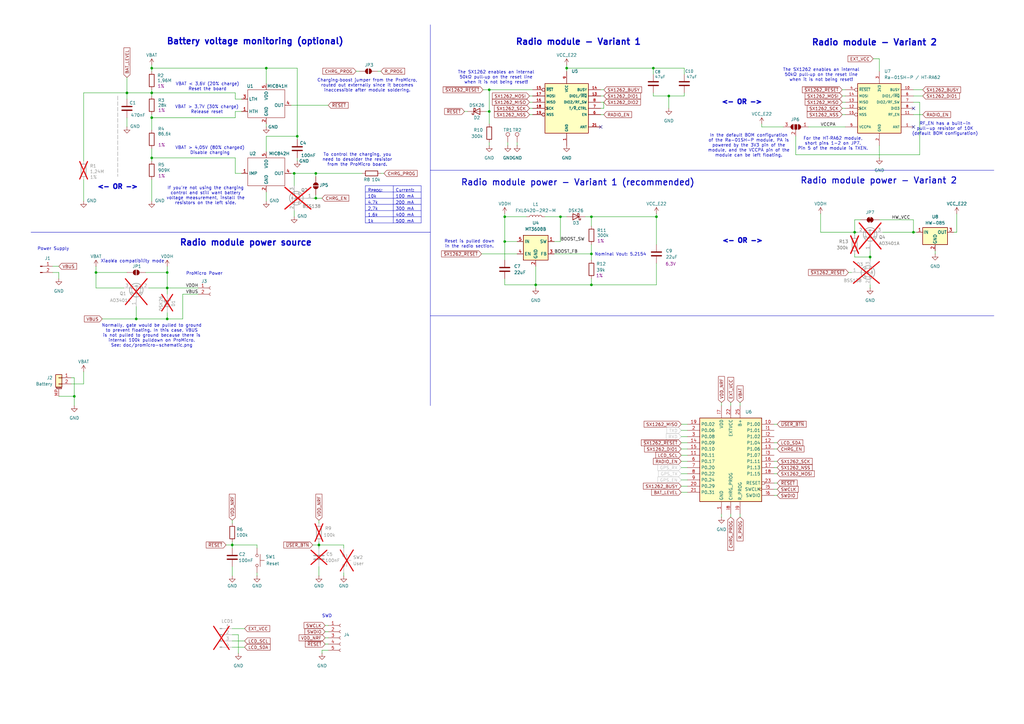
<source format=kicad_sch>
(kicad_sch (version 20250114) (generator "eeschema") (generator_version "9.0")
  (paper "A3")
  (lib_symbols
    (symbol "BirbLib:E22P-868M30S"
      (property "Reference" "U" (at 1.27 11.43 0))
      (property "Value" "E22P-868M30S" (at 0 0 0))
      (symbol "E22P-868M30S_0_0"
        (pin input line (at -13.97 3.81 0) (length 5.08) (name "MOSI") (number "17"))
        (pin output line (at -13.97 1.27 0) (length 5.08) (name "MISO") (number "16"))
        (pin power_in line (at 0 13.97 270) (length 5.08) (name "VCC") (number "9"))
        (pin power_in line (at 0 -16.51 90) (length 5.08) (name "GND") (number "1"))
        (pin output line (at 13.97 6.35 180) (length 5.08) (name "BUSY") (number "14"))
        (pin output line (at 13.97 -8.89 180) (length 5.08) (name "ANT") (number "21"))
      )
      (symbol "E22P-868M30S_1_0"
        (pin input inverted (at -13.97 6.35 0) (length 5.08) (name "~{RST}") (number "15"))
        (pin input clock (at -13.97 -1.27 0) (length 5.08) (name "SCK") (number "18"))
        (pin input inverted (at -13.97 -3.81 0) (length 5.08) (name "NSS") (number "19"))
        (pin bidirectional line (at 13.97 3.81 180) (length 5.08) (name "DIO1/~{IRQ}") (number "13"))
        (pin bidirectional line (at 13.97 1.27 180) (length 5.08) (name "DIO2/RF_SW") (number "8"))
        (pin input line (at 13.97 -1.27 180) (length 5.08) (name "T/~{R}_CTRL") (number "7"))
        (pin input line (at 13.97 -3.81 180) (length 5.08) (name "EN") (number "6"))
      )
    )
    (symbol "BirbLib:MIC841"
      (property "Reference" "U" (at 2.286 6.604 0))
      (property "Value" "MIC841" (at 0 0 0))
      (symbol "MIC841_1_1"
        (pin input line (at -10.16 1.27 0) (length 2.54) (name "LTH") (number "3"))
        (pin input line (at -10.16 -3.81 0) (length 2.54) (name "HTH") (number "1"))
        (pin power_in line (at 0 7.62 270) (length 2.54) (name "VDD") (number "5"))
        (pin power_in line (at 0 -8.89 90) (length 2.54) (name "GND") (number "2"))
        (pin output line (at 10.16 -1.27 180) (length 2.54) (name "OUT") (number "4"))
      )
    )
    (symbol "BirbLib:MIC842"
      (property "Reference" "U" (at 2.286 6.604 0))
      (property "Value" "MIC842" (at 0 0 0))
      (symbol "MIC842_1_1"
        (pin no_connect non_logic (at -10.16 2.54 0) (length 2.54) (hide yes) (name "NC") (number "3"))
        (pin input line (at -10.16 -1.27 0) (length 2.54) (name "IMP") (number "1"))
        (pin power_in line (at 0 7.62 270) (length 2.54) (name "VDD") (number "5"))
        (pin power_in line (at 0 -8.89 90) (length 2.54) (name "GND") (number "2"))
        (pin output line (at 10.16 -1.27 180) (length 2.54) (name "OUT") (number "4"))
      )
    )
    (symbol "BirbLib:ProMicro-all-pins"
      (property "Reference" "U" (at -0.254 0 0))
      (property "Value" "ProMicro" (at 0 0 0))
      (symbol "ProMicro-all-pins_1_0"
        (pin bidirectional line (at -17.78 15.24 0) (length 5.08) (name "P0.02") (number "19"))
        (pin output line (at -17.78 12.7 0) (length 5.08) (name "P0.06") (number "2"))
        (pin input line (at -17.78 10.16 0) (length 5.08) (name "P0.08") (number "3"))
        (pin bidirectional line (at -17.78 7.62 0) (length 5.08) (name "P0.09") (number "14"))
        (pin bidirectional line (at -17.78 5.08 0) (length 5.08) (name "P0.10") (number "15"))
        (pin bidirectional line (at -17.78 2.54 0) (length 5.08) (name "P0.11") (number "11"))
        (pin bidirectional line (at -17.78 0 0) (length 5.08) (name "P0.17") (number "6"))
        (pin bidirectional line (at -17.78 -2.54 0) (length 5.08) (name "P0.20") (number "7"))
        (pin bidirectional line (at -17.78 -5.08 0) (length 5.08) (name "P0.22") (number "8"))
        (pin bidirectional line (at -17.78 -7.62 0) (length 5.08) (name "P0.24") (number "9"))
        (pin bidirectional line (at -17.78 -10.16 0) (length 5.08) (name "P0.29") (number "20"))
        (pin bidirectional line (at -17.78 -12.7 0) (length 5.08) (name "P0.31") (number "21"))
        (pin power_in line (at -3.81 22.86 270) (length 5.08) (name "VDD") (number "i7"))
        (pin power_in line (at -3.81 -21.59 90) (length 5.08) (name "GND") (number "1"))
        (pin power_out line (at 0 22.86 270) (length 5.08) (name "EXTVCC") (number "22"))
        (pin bidirectional line (at 0 -21.59 90) (length 5.08) (name "CHRG_PROG") (number "i8"))
        (pin bidirectional line (at 3.81 22.86 270) (length 5.08) (name "B+") (number "25"))
        (pin bidirectional line (at 3.81 -21.59 90) (length 5.08) (name "R_PROG") (number "i9"))
        (pin bidirectional line (at 17.78 15.24 180) (length 5.08) (name "P1.00") (number "10"))
        (pin bidirectional line (at 17.78 12.7 180) (length 5.08) (name "P1.01") (number "i1"))
        (pin bidirectional line (at 17.78 10.16 180) (length 5.08) (name "P1.02") (number "i2"))
        (pin bidirectional line (at 17.78 7.62 180) (length 5.08) (name "P1.04") (number "12"))
        (pin bidirectional line (at 17.78 5.08 180) (length 5.08) (name "P1.06") (number "13"))
        (pin bidirectional line (at 17.78 2.54 180) (length 5.08) (name "P1.07") (number "i3"))
        (pin bidirectional line (at 17.78 0 180) (length 5.08) (name "P1.11") (number "16"))
        (pin bidirectional line (at 17.78 -2.54 180) (length 5.08) (name "P1.13") (number "17"))
        (pin bidirectional line (at 17.78 -5.08 180) (length 5.08) (name "P1.15") (number "18"))
        (pin input inverted (at 17.78 -8.89 180) (length 5.08) (name "RESET") (number "23"))
        (pin input clock (at 17.78 -11.43 180) (length 5.08) (name "SWCLK") (number "i5"))
        (pin bidirectional line (at 17.78 -13.97 180) (length 5.08) (name "SWDIO") (number "i6"))
      )
    )
    (symbol "BirbLib:Ra-01SH-P"
      (property "Reference" "U" (at 0.254 11.684 0))
      (property "Value" "Ra-01SH-P" (at 5.842 -11.938 0))
      (symbol "Ra-01SH-P_1_0"
        (pin input inverted (at -15.24 7.62 0) (length 5.08) (name "~{RESET}") (number "4"))
        (pin input line (at -15.24 5.08 0) (length 5.08) (name "MOSI") (number "14"))
        (pin output line (at -15.24 2.54 0) (length 5.08) (name "MISO") (number "13"))
        (pin input clock (at -15.24 0 0) (length 5.08) (name "SCK") (number "12"))
        (pin input inverted (at -15.24 -2.54 0) (length 5.08) (name "NSS") (number "15"))
        (pin power_in line (at -15.24 -7.62 0) (length 5.08) (name "VCCPA") (number "5"))
        (pin power_in line (at -1.27 15.24 270) (length 5.08) (name "3V3") (number "3"))
        (pin power_in line (at -1.27 -15.24 90) (length 5.08) (name "GND") (number "2"))
        (pin output line (at 12.7 7.62 180) (length 5.08) (name "BUSY") (number "10"))
        (pin bidirectional line (at 12.7 5.08 180) (length 5.08) (name "DIO1/~{IRQ}") (number "6"))
        (pin bidirectional line (at 12.7 2.54 180) (length 5.08) (name "DIO2/RF_SW") (number "7"))
        (pin bidirectional line (at 12.7 0 180) (length 5.08) (name "DIO3") (number "8"))
        (pin input line (at 12.7 -2.54 180) (length 5.08) (name "RF_EN") (number "11"))
        (pin output line (at 12.7 -7.62 180) (length 5.08) (name "ANT") (number "1"))
      )
    )
    (symbol "Connector:Conn_01x02_Pin" (pin_names (offset 1.016) (hide yes))
      (property "Reference" "J" (at 0 2.54 0))
      (property "Value" "Conn_01x02_Pin" (at 0 -5.08 0))
      (symbol "Conn_01x02_Pin_1_1"
        (pin passive line (at 5.08 0 180) (length 3.81) (name "Pin_1") (number "1"))
        (pin passive line (at 5.08 -2.54 180) (length 3.81) (name "Pin_2") (number "2"))
      )
    )
    (symbol "Connector:Conn_01x02_Socket" (pin_names (offset 1.016) (hide yes))
      (property "Reference" "J" (at 0 2.54 0))
      (property "Value" "Conn_01x02_Socket" (at 0 -5.08 0))
      (symbol "Conn_01x02_Socket_1_1"
        (pin passive line (at -5.08 0 0) (length 3.81) (name "Pin_1") (number "1"))
        (pin passive line (at -5.08 -2.54 0) (length 3.81) (name "Pin_2") (number "2"))
      )
    )
    (symbol "Connector:Conn_01x04_Pin" (pin_names (offset 1.016) (hide yes))
      (property "Reference" "J" (at 0 5.08 0))
      (property "Value" "Conn_01x04_Pin" (at 0 -7.62 0))
      (symbol "Conn_01x04_Pin_1_1"
        (pin passive line (at 5.08 2.54 180) (length 3.81) (name "Pin_1") (number "1"))
        (pin passive line (at 5.08 0 180) (length 3.81) (name "Pin_2") (number "2"))
        (pin passive line (at 5.08 -2.54 180) (length 3.81) (name "Pin_3") (number "3"))
        (pin passive line (at 5.08 -5.08 180) (length 3.81) (name "Pin_4") (number "4"))
      )
    )
    (symbol "Connector:Conn_01x05_Socket" (pin_names (offset 1.016) (hide yes))
      (property "Reference" "J" (at 0 7.62 0))
      (property "Value" "Conn_01x05_Socket" (at 0 -7.62 0))
      (symbol "Conn_01x05_Socket_1_1"
        (pin passive line (at -5.08 5.08 0) (length 3.81) (name "Pin_1") (number "1"))
        (pin passive line (at -5.08 2.54 0) (length 3.81) (name "Pin_2") (number "2"))
        (pin passive line (at -5.08 0 0) (length 3.81) (name "Pin_3") (number "3"))
        (pin passive line (at -5.08 -2.54 0) (length 3.81) (name "Pin_4") (number "4"))
        (pin passive line (at -5.08 -5.08 0) (length 3.81) (name "Pin_5") (number "5"))
      )
    )
    (symbol "Connector_Generic_MountingPin:Conn_01x02_MountingPin" (pin_names (offset 1.016) (hide yes))
      (property "Reference" "J" (at 0 2.54 0))
      (property "Value" "Conn_01x02_MountingPin" (at 1.27 -5.08 0))
      (symbol "Conn_01x02_MountingPin_1_1"
        (text "Mounting" (at 0 -4.191 0) (effects (font (size 0.381 0.381))))
        (pin passive line (at -5.08 0 0) (length 3.81) (name "Pin_1") (number "1"))
        (pin passive line (at -5.08 -2.54 0) (length 3.81) (name "Pin_2") (number "2"))
        (pin passive line (at 0 -7.62 90) (length 3.048) (name "MountPin") (number "MP"))
      )
    )
    (symbol "Device:C" (pin_numbers (hide yes)) (pin_names (offset 0.254))
      (property "Reference" "C" (at 0.635 2.54 0))
      (property "Value" "C" (at 0.635 -2.54 0))
      (symbol "C_1_1"
        (pin passive line (at 0 3.81 270) (length 2.794) (name "~") (number "1"))
        (pin passive line (at 0 -3.81 90) (length 2.794) (name "~") (number "2"))
      )
    )
    (symbol "Device:D_Schottky" (pin_numbers (hide yes)) (pin_names (offset 1.016) (hide yes))
      (property "Reference" "D" (at 0 2.54 0))
      (property "Value" "D_Schottky" (at 0 -2.54 0))
      (symbol "D_Schottky_1_1"
        (pin passive line (at -3.81 0 0) (length 2.54) (name "K") (number "1"))
        (pin passive line (at 3.81 0 180) (length 2.54) (name "A") (number "2"))
      )
    )
    (symbol "Device:L" (pin_numbers (hide yes)) (pin_names (offset 1.016) (hide yes))
      (property "Reference" "L" (at -1.27 0 90))
      (property "Value" "L" (at 1.905 0 90))
      (symbol "L_1_1"
        (pin passive line (at 0 3.81 270) (length 1.27) (name "1") (number "1"))
        (pin passive line (at 0 -3.81 90) (length 1.27) (name "2") (number "2"))
      )
    )
    (symbol "Device:R" (pin_numbers (hide yes)) (pin_names (offset 0))
      (property "Reference" "R" (at 2.032 0 90))
      (property "Value" "R" (at 0 0 90))
      (symbol "R_1_1"
        (pin passive line (at 0 3.81 270) (length 1.27) (name "~") (number "1"))
        (pin passive line (at 0 -3.81 90) (length 1.27) (name "~") (number "2"))
      )
    )
    (symbol "Jumper:SolderJumper_2_Bridged" (pin_numbers (hide yes)) (pin_names (offset 0) (hide yes)) (in_bom no)
      (property "Reference" "JP" (at 0 2.032 0))
      (property "Value" "SolderJumper_2_Bridged" (at 0 -2.54 0))
      (symbol "SolderJumper_2_Bridged_1_1"
        (pin passive line (at -3.81 0 0) (length 2.54) (name "A") (number "1"))
        (pin passive line (at 3.81 0 180) (length 2.54) (name "B") (number "2"))
      )
    )
    (symbol "Jumper:SolderJumper_2_Open" (pin_numbers (hide yes)) (pin_names (offset 0) (hide yes)) (in_bom no)
      (property "Reference" "JP" (at 0 2.032 0))
      (property "Value" "SolderJumper_2_Open" (at 0 -2.54 0))
      (symbol "SolderJumper_2_Open_1_1"
        (pin passive line (at -3.81 0 0) (length 2.54) (name "A") (number "1"))
        (pin passive line (at 3.81 0 180) (length 2.54) (name "B") (number "2"))
      )
    )
    (symbol "Jumper:SolderJumper_3_Open" (pin_names (offset 0) (hide yes)) (in_bom no)
      (property "Reference" "JP" (at -2.54 -2.54 0))
      (property "Value" "SolderJumper_3_Open" (at 0 2.794 0))
      (symbol "SolderJumper_3_Open_1_1"
        (pin passive line (at -5.08 0 0) (length 2.54) (name "A") (number "1"))
        (pin passive line (at 0 -3.81 90) (length 2.54) (name "C") (number "2"))
        (pin passive line (at 5.08 0 180) (length 2.54) (name "B") (number "3"))
      )
    )
    (symbol "Regulator_Linear:L7805" (pin_names (offset 0.254))
      (property "Reference" "U" (at -3.81 3.175 0))
      (property "Value" "L7805" (at 0 3.175 0))
      (symbol "L7805_1_1"
        (pin power_in line (at -7.62 0 0) (length 2.54) (name "IN") (number "1"))
        (pin power_in line (at 0 -7.62 90) (length 2.54) (name "GND") (number "2"))
        (pin power_out line (at 7.62 0 180) (length 2.54) (name "OUT") (number "3"))
      )
    )
    (symbol "Regulator_Switching:MT3608"
      (property "Reference" "U" (at -2.54 8.89 0))
      (property "Value" "MT3608" (at -3.81 6.35 0))
      (symbol "MT3608_1_1"
        (pin power_in line (at -7.62 2.54 0) (length 2.54) (name "IN") (number "5"))
        (pin input line (at -7.62 -2.54 0) (length 2.54) (name "EN") (number "4"))
        (pin power_in line (at 0 -7.62 90) (length 2.54) (name "GND") (number "2"))
        (pin no_connect line (at 5.08 0 180) (length 2.54) (hide yes) (name "NC") (number "6"))
        (pin passive line (at 7.62 2.54 180) (length 2.54) (name "SW") (number "1"))
        (pin input line (at 7.62 -2.54 180) (length 2.54) (name "FB") (number "3"))
      )
    )
    (symbol "SparkFun-Connector:TestPoint_PTH" (pin_numbers (hide yes)) (pin_names (offset 0.762) (hide yes))
      (property "Reference" "TP" (at 0 5.08 0))
      (symbol "TestPoint_PTH_1_1"
        (pin passive line (at 0 0 90) (length 2.54) (name "1") (number "1"))
      )
    )
    (symbol "Switch:SW_Push" (pin_numbers (hide yes)) (pin_names (offset 1.016) (hide yes))
      (property "Reference" "SW" (at 1.27 2.54 0))
      (property "Value" "SW_Push" (at 0 -1.524 0))
      (symbol "SW_Push_0_1"
        (pin passive line (at -5.08 0 0) (length 2.54) (name "1") (number "1"))
        (pin passive line (at 5.08 0 180) (length 2.54) (name "2") (number "2"))
      )
    )
    (symbol "Transistor_FET:AO3401A" (pin_names (hide yes))
      (property "Reference" "Q" (at 5.08 1.905 0))
      (property "Value" "AO3401A" (at 5.08 0 0))
      (symbol "AO3401A_1_1"
        (pin input line (at -5.08 0 0) (length 2.54) (name "G") (number "1"))
        (pin passive line (at 2.54 5.08 270) (length 2.54) (name "D") (number "3"))
        (pin passive line (at 2.54 -5.08 90) (length 2.54) (name "S") (number "2"))
      )
    )
    (symbol "Transistor_FET:BSS138" (pin_names (offset 0) (hide yes))
      (property "Reference" "Q" (at 5.08 1.905 0))
      (property "Value" "BSS138" (at 5.08 0 0))
      (symbol "BSS138_1_1"
        (pin input line (at -5.08 0 0) (length 2.54) (name "G") (number "1"))
        (pin passive line (at 2.54 5.08 270) (length 2.54) (name "D") (number "3"))
        (pin passive line (at 2.54 -5.08 90) (length 2.54) (name "S") (number "2"))
      )
    )
    (symbol "power:GND" (power) (pin_numbers (hide yes)) (pin_names (offset 0) (hide yes))
      (property "Value" "GND" (at 0 -3.81 0))
      (symbol "GND_1_1"
        (pin power_in line (at 0 0 270) (length 0) (name "~") (number "1"))
      )
    )
    (symbol "power:VBUS" (power) (pin_numbers (hide yes)) (pin_names (offset 0) (hide yes))
      (property "Value" "VBUS" (at 0 3.556 0))
      (symbol "VBUS_1_1"
        (pin power_in line (at 0 0 90) (length 0) (name "~") (number "1"))
      )
    )
  )
  (text "Radio module - Variant 2" (at 358.648 17.526 0) (effects (font (size 2.54 2.54) (thickness 0.508) (bold yes))))
  (text "For the HT‑RA62 module,\nshort pins 1-2 on JP7.\nPin 5 of the module is TXEN." (at 341.63 58.928 0) (effects (font (size 1.27 1.27))))
  (text "To control the charging, you\nneed to desolder the resistor\nfrom the ProMicro board." (at 146.558 65.532 0) (effects (font (size 1.27 1.27))))
  (text "The SX1262 enables an internal\n50 kΩ pull‑up on the reset line\nwhen it is not being reset!" (at 336.804 30.734 0) (effects (font (size 1.27 1.27))))
  (text "SWD" (at 134.112 252.73 0) (effects (font (size 1.27 1.27))))
  (text "VBAT > 4,05V (80% charged)\nDisable charging" (at 86.106 61.722 0) (effects (font (size 1.27 1.27))))
  (text "Radio module power - Variant 1 (recommended)" (at 236.982 74.93 0) (effects (font (size 2.54 2.54) (thickness 0.381) (bold yes))))
  (text "Radio module - Variant 1" (at 237.236 17.272 0) (effects (font (size 2.54 2.54) (thickness 0.508) (bold yes))))
  (text "The SX1262 enables an internal\n50 kΩ pull‑up on the reset line\nwhen it is not being reset!" (at 203.454 31.75 0) (effects (font (size 1.27 1.27))))
  (text "<- OR ->" (at 304.546 98.806 0) (effects (font (size 1.905 1.905) (thickness 0.508) (bold yes))))
  (text "<- OR ->" (at 304.292 41.91 0) (effects (font (size 1.905 1.905) (thickness 0.508) (bold yes))))
  (text "VBAT > 3,7V (30% charge)\nRelease reset" (at 84.836 44.958 0) (effects (font (size 1.27 1.27))))
  (text "Radio module power source" (at 100.838 101.092 0) (effects (font (size 2.54 2.54) (thickness 0.508) (bold yes)) (justify bottom)))
  (text "Battery voltage monitoring (optional)" (at 104.648 18.542 0) (effects (font (size 2.54 2.54) (thickness 0.508) (bold yes)) (justify bottom)))
  (text "Radio module power - Variant 2" (at 360.426 74.168 0) (effects (font (size 2.54 2.54) (thickness 0.381) (bold yes))))
  (text "XiaoWa compatibility mode" (at 54.356 107.188 0) (effects (font (size 1.27 1.27))))
  (text "Power Supply" (at 21.844 102.108 0) (effects (font (size 1.27 1.27))))
  (text "Normally, gate would be pulled to ground\nto prevent floating. In this case, VBUS\nis not pulled to ground because there is\ninternal 100k pulldown on ProMicro.\nSee: doc/promicro-schematic.png" (at 62.23 137.668 0) (effects (font (size 1.27 1.27))))
  (text "Charging‑boost jumper from the ProMicro,\nrouted out externally since it becomes\ninaccessible after module soldering." (at 150.622 35.052 0) (effects (font (size 1.27 1.27))))
  (text "Reset is pulled down\nin the radio section." (at 192.532 100.076 0) (effects (font (size 1.27 1.27))))
  (text "<- OR ->" (at 48.26 76.708 0) (effects (font (size 1.905 1.905) (thickness 0.508) (bold yes))))
  (text "ProMicro Power" (at 83.82 112.268 0) (effects (font (size 1.27 1.27))))
  (text "In the default BOM configuration\nof the Ra-01SH-P module, PA is\npowered by the 3V3 pin of the\nmodule, and the VCCPA pin of the\nmodule can be left floating." (at 307.086 59.69 0) (effects (font (size 1.27 1.27))))
  (text "VBAT < 3,6V (20% charge)\nReset the board" (at 85.09 35.56 0) (effects (font (size 1.27 1.27))))
  (text "Nominal Vout: 5.2154" (at 254.508 104.394 0) (effects (font (size 1.27 1.27))))
  (text "RF_EN has a built-in\npull-up resistor of 10K\n(default BOM configuration)" (at 387.604 52.832 0) (effects (font (size 1.27 1.27))))
  (text "If you're not using the charging\ncontrol and still want battery\nvoltage measurement, install the\nresistors on the left side." (at 84.328 80.264 0) (effects (font (size 1.27 1.27))))
  (junction (at 200.66 36.83))
  (junction (at 121.92 55.88))
  (junction (at 129.54 81.28))
  (junction (at 52.07 38.1))
  (junction (at 219.71 116.84))
  (junction (at 62.23 38.1))
  (junction (at 242.57 88.9))
  (junction (at 267.97 27.94))
  (junction (at 109.22 27.94))
  (junction (at 242.57 116.84))
  (junction (at 232.41 27.94))
  (junction (at 350.52 95.25))
  (junction (at 55.88 130.81))
  (junction (at 130.81 223.52))
  (junction (at 274.32 39.37))
  (junction (at 374.65 95.25))
  (junction (at 207.01 88.9))
  (junction (at 120.65 71.12))
  (junction (at 30.48 162.56))
  (junction (at 356.87 105.41))
  (junction (at 95.25 223.52))
  (junction (at 229.87 88.9))
  (junction (at 68.58 118.11))
  (junction (at 200.66 45.72))
  (junction (at 269.24 88.9))
  (junction (at 39.37 111.76))
  (junction (at 129.54 71.12))
  (junction (at 68.58 111.76))
  (junction (at 207.01 99.06))
  (junction (at 68.58 130.81))
  (junction (at 242.57 104.14))
  (junction (at 62.23 64.77))
  (junction (at 62.23 27.94))
  (junction (at 62.23 48.26))
  (no_connect (at 374.65 44.45))
  (no_connect (at 374.65 52.07))
  (no_connect (at 246.38 52.07))
  (wire (pts (xy 215.9 88.9) (xy 207.01 88.9)))
  (wire (pts (xy 128.27 223.52) (xy 130.81 223.52)))
  (wire (pts (xy 207.01 99.06) (xy 212.09 99.06)))
  (wire (pts (xy 105.41 236.22) (xy 105.41 234.95)))
  (wire (pts (xy 377.19 41.91) (xy 377.19 63.5)))
  (wire (pts (xy 128.27 81.28) (xy 129.54 81.28)))
  (wire (pts (xy 140.97 236.22) (xy 140.97 234.95)))
  (wire (pts (xy 227.33 104.14) (xy 242.57 104.14)))
  (wire (pts (xy 109.22 27.94) (xy 109.22 34.29)))
  (wire (pts (xy 95.25 262.89) (xy 100.33 262.89)))
  (wire (pts (xy 318.77 189.23) (xy 317.5 189.23)))
  (wire (pts (xy 34.29 38.1) (xy 34.29 66.04)))
  (wire (pts (xy 279.4 186.69) (xy 281.94 186.69)))
  (wire (pts (xy 200.66 58.42) (xy 200.66 59.69)))
  (wire (pts (xy 74.93 130.81) (xy 74.93 120.65)))
  (wire (pts (xy 41.91 130.81) (xy 55.88 130.81)))
  (wire (pts (xy 68.58 130.81) (xy 68.58 128.27)))
  (wire (pts (xy 318.77 198.12) (xy 317.5 198.12)))
  (wire (pts (xy 109.22 78.74) (xy 109.22 82.55)))
  (wire (pts (xy 269.24 87.63) (xy 269.24 88.9)))
  (wire (pts (xy 29.21 154.94) (xy 30.48 154.94)))
  (wire (pts (xy 350.52 95.25) (xy 351.79 95.25)))
  (wire (pts (xy 130.81 223.52) (xy 140.97 223.52)))
  (wire (pts (xy 312.42 52.07) (xy 312.42 50.8)))
  (wire (pts (xy 62.23 26.67) (xy 62.23 27.94)))
  (wire (pts (xy 207.01 87.63) (xy 207.01 88.9)))
  (wire (pts (xy 247.65 36.83) (xy 246.38 36.83)))
  (wire (pts (xy 120.65 76.2) (xy 120.65 71.12)))
  (wire (pts (xy 130.81 223.52) (xy 130.81 224.79)))
  (wire (pts (xy 242.57 104.14) (xy 242.57 100.33)))
  (wire (pts (xy 207.01 88.9) (xy 207.01 99.06)))
  (wire (pts (xy 356.87 102.87) (xy 356.87 105.41)))
  (wire (pts (xy 30.48 154.94) (xy 30.48 162.56)))
  (wire (pts (xy 279.4 191.77) (xy 281.94 191.77)))
  (wire (pts (xy 62.23 38.1) (xy 52.07 38.1)))
  (wire (pts (xy 121.92 55.88) (xy 121.92 27.94)))
  (wire (pts (xy 34.29 152.4) (xy 34.29 157.48)))
  (wire (pts (xy 62.23 39.37) (xy 62.23 38.1)))
  (wire (pts (xy 246.38 41.91) (xy 247.65 41.91)))
  (polyline (pts (xy 407.67 69.85) (xy 176.53 69.85)))
  (wire (pts (xy 39.37 118.11) (xy 50.8 118.11)))
  (wire (pts (xy 199.39 45.72) (xy 200.66 45.72)))
  (wire (pts (xy 247.65 39.37) (xy 246.38 39.37)))
  (wire (pts (xy 267.97 27.94) (xy 267.97 30.48)))
  (wire (pts (xy 68.58 118.11) (xy 68.58 120.65)))
  (wire (pts (xy 227.33 99.06) (xy 229.87 99.06)))
  (wire (pts (xy 129.54 71.12) (xy 148.59 71.12)))
  (wire (pts (xy 361.95 95.25) (xy 374.65 95.25)))
  (wire (pts (xy 350.52 95.25) (xy 350.52 96.52)))
  (wire (pts (xy 219.71 116.84) (xy 219.71 118.11)))
  (wire (pts (xy 242.57 92.71) (xy 242.57 88.9)))
  (wire (pts (xy 24.13 111.76) (xy 24.13 114.3)))
  (wire (pts (xy 267.97 27.94) (xy 280.67 27.94)))
  (wire (pts (xy 52.07 38.1) (xy 52.07 40.64)))
  (wire (pts (xy 350.52 105.41) (xy 356.87 105.41)))
  (wire (pts (xy 109.22 55.88) (xy 121.92 55.88)))
  (wire (pts (xy 68.58 118.11) (xy 81.28 118.11)))
  (wire (pts (xy 232.41 27.94) (xy 267.97 27.94)))
  (wire (pts (xy 200.66 36.83) (xy 218.44 36.83)))
  (wire (pts (xy 121.92 55.88) (xy 121.92 57.15)))
  (wire (pts (xy 34.29 38.1) (xy 52.07 38.1)))
  (wire (pts (xy 318.77 203.2) (xy 317.5 203.2)))
  (wire (pts (xy 95.25 223.52) (xy 95.25 224.79)))
  (wire (pts (xy 39.37 111.76) (xy 39.37 118.11)))
  (wire (pts (xy 279.4 184.15) (xy 281.94 184.15)))
  (wire (pts (xy 242.57 88.9) (xy 269.24 88.9)))
  (wire (pts (xy 274.32 39.37) (xy 267.97 39.37)))
  (wire (pts (xy 62.23 38.1) (xy 96.52 38.1)))
  (wire (pts (xy 62.23 73.66) (xy 62.23 82.55)))
  (wire (pts (xy 121.92 64.77) (xy 121.92 66.04)))
  (wire (pts (xy 62.23 64.77) (xy 62.23 60.96)))
  (wire (pts (xy 336.55 95.25) (xy 350.52 95.25)))
  (wire (pts (xy 95.25 265.43) (xy 100.33 265.43)))
  (wire (pts (xy 133.35 256.54) (xy 134.62 256.54)))
  (wire (pts (xy 95.25 213.36) (xy 95.25 214.63)))
  (wire (pts (xy 55.88 130.81) (xy 68.58 130.81)))
  (wire (pts (xy 129.54 80.01) (xy 129.54 81.28)))
  (wire (pts (xy 30.48 162.56) (xy 30.48 166.37)))
  (wire (pts (xy 129.54 71.12) (xy 129.54 72.39)))
  (wire (pts (xy 377.19 41.91) (xy 374.65 41.91)))
  (wire (pts (xy 96.52 45.72) (xy 99.06 45.72)))
  (wire (pts (xy 96.52 48.26) (xy 96.52 45.72)))
  (wire (pts (xy 92.71 223.52) (xy 95.25 223.52)))
  (wire (pts (xy 52.07 52.07) (xy 52.07 48.26)))
  (wire (pts (xy 217.17 41.91) (xy 218.44 41.91)))
  (wire (pts (xy 246.38 44.45) (xy 247.65 44.45)))
  (wire (pts (xy 217.17 44.45) (xy 218.44 44.45)))
  (wire (pts (xy 207.01 99.06) (xy 207.01 106.68)))
  (wire (pts (xy 132.08 266.7) (xy 132.08 267.97)))
  (wire (pts (xy 392.43 95.25) (xy 391.16 95.25)))
  (wire (pts (xy 62.23 48.26) (xy 96.52 48.26)))
  (wire (pts (xy 356.87 116.84) (xy 356.87 118.11)))
  (wire (pts (xy 279.4 189.23) (xy 281.94 189.23)))
  (wire (pts (xy 336.55 87.63) (xy 336.55 95.25)))
  (wire (pts (xy 96.52 38.1) (xy 96.52 40.64)))
  (wire (pts (xy 105.41 223.52) (xy 105.41 224.79)))
  (wire (pts (xy 350.52 90.17) (xy 350.52 95.25)))
  (wire (pts (xy 280.67 39.37) (xy 280.67 38.1)))
  (wire (pts (xy 279.4 181.61) (xy 281.94 181.61)))
  (wire (pts (xy 95.25 222.25) (xy 95.25 223.52)))
  (wire (pts (xy 212.09 58.42) (xy 212.09 59.69)))
  (wire (pts (xy 295.91 165.1) (xy 295.91 166.37)))
  (wire (pts (xy 156.21 29.21) (xy 154.94 29.21)))
  (wire (pts (xy 200.66 36.83) (xy 200.66 45.72)))
  (wire (pts (xy 156.21 71.12) (xy 157.48 71.12)))
  (wire (pts (xy 345.44 46.99) (xy 346.71 46.99)))
  (wire (pts (xy 217.17 39.37) (xy 218.44 39.37)))
  (wire (pts (xy 374.65 46.99) (xy 378.46 46.99)))
  (wire (pts (xy 269.24 116.84) (xy 242.57 116.84)))
  (wire (pts (xy 217.17 46.99) (xy 218.44 46.99)))
  (wire (pts (xy 232.41 27.94) (xy 232.41 29.21)))
  (wire (pts (xy 247.65 41.91) (xy 247.65 44.45)))
  (wire (pts (xy 318.77 181.61) (xy 317.5 181.61)))
  (wire (pts (xy 109.22 62.23) (xy 109.22 55.88)))
  (wire (pts (xy 130.81 236.22) (xy 130.81 232.41)))
  (wire (pts (xy 229.87 88.9) (xy 223.52 88.9)))
  (wire (pts (xy 280.67 27.94) (xy 280.67 30.48)))
  (wire (pts (xy 295.91 212.09) (xy 295.91 210.82)))
  (wire (pts (xy 360.68 59.69) (xy 360.68 64.77)))
  (wire (pts (xy 345.44 44.45) (xy 346.71 44.45)))
  (wire (pts (xy 269.24 88.9) (xy 269.24 100.33)))
  (wire (pts (xy 360.68 24.13) (xy 360.68 29.21)))
  (wire (pts (xy 383.54 104.14) (xy 383.54 102.87)))
  (wire (pts (xy 326.39 63.5) (xy 377.19 63.5)))
  (wire (pts (xy 39.37 109.22) (xy 39.37 111.76)))
  (wire (pts (xy 134.62 43.18) (xy 119.38 43.18)))
  (wire (pts (xy 242.57 104.14) (xy 242.57 106.68)))
  (wire (pts (xy 279.4 179.07) (xy 281.94 179.07)))
  (wire (pts (xy 120.65 86.36) (xy 120.65 88.9)))
  (wire (pts (xy 100.33 257.81) (xy 95.25 257.81)))
  (wire (pts (xy 59.69 111.76) (xy 68.58 111.76)))
  (wire (pts (xy 242.57 116.84) (xy 219.71 116.84)))
  (wire (pts (xy 345.44 36.83) (xy 346.71 36.83)))
  (wire (pts (xy 60.96 118.11) (xy 68.58 118.11)))
  (wire (pts (xy 74.93 120.65) (xy 81.28 120.65)))
  (wire (pts (xy 229.87 88.9) (xy 232.41 88.9)))
  (wire (pts (xy 68.58 109.22) (xy 68.58 111.76)))
  (wire (pts (xy 374.65 95.25) (xy 375.92 95.25)))
  (wire (pts (xy 62.23 27.94) (xy 109.22 27.94)))
  (wire (pts (xy 96.52 71.12) (xy 99.06 71.12)))
  (wire (pts (xy 229.87 99.06) (xy 229.87 88.9)))
  (wire (pts (xy 62.23 38.1) (xy 62.23 36.83)))
  (wire (pts (xy 299.72 212.09) (xy 299.72 210.82)))
  (wire (pts (xy 52.07 31.75) (xy 52.07 38.1)))
  (wire (pts (xy 279.4 199.39) (xy 281.94 199.39)))
  (wire (pts (xy 62.23 27.94) (xy 62.23 29.21)))
  (wire (pts (xy 269.24 107.95) (xy 269.24 116.84)))
  (wire (pts (xy 96.52 40.64) (xy 99.06 40.64)))
  (wire (pts (xy 318.77 191.77) (xy 317.5 191.77)))
  (wire (pts (xy 232.41 26.67) (xy 232.41 27.94)))
  (wire (pts (xy 140.97 223.52) (xy 140.97 224.79)))
  (wire (pts (xy 24.13 162.56) (xy 30.48 162.56)))
  (wire (pts (xy 353.06 90.17) (xy 350.52 90.17)))
  (wire (pts (xy 130.81 222.25) (xy 130.81 223.52)))
  (wire (pts (xy 120.65 71.12) (xy 129.54 71.12)))
  (polyline (pts (xy 176.53 166.37) (xy 176.53 129.54)))
  (wire (pts (xy 68.58 130.81) (xy 74.93 130.81)))
  (wire (pts (xy 279.4 173.99) (xy 281.94 173.99)))
  (wire (pts (xy 303.53 212.09) (xy 303.53 210.82)))
  (wire (pts (xy 133.35 261.62) (xy 134.62 261.62)))
  (wire (pts (xy 21.59 111.76) (xy 24.13 111.76)))
  (wire (pts (xy 130.81 213.36) (xy 130.81 214.63)))
  (wire (pts (xy 242.57 88.9) (xy 240.03 88.9)))
  (polyline (pts (xy 12.7 95.25) (xy 176.53 95.25)))
  (wire (pts (xy 119.38 71.12) (xy 120.65 71.12)))
  (wire (pts (xy 146.05 29.21) (xy 147.32 29.21)))
  (wire (pts (xy 360.68 24.13) (xy 358.14 24.13)))
  (polyline (pts (xy 176.53 69.85) (xy 176.53 129.54)))
  (wire (pts (xy 318.77 194.31) (xy 317.5 194.31)))
  (wire (pts (xy 279.4 194.31) (xy 281.94 194.31)))
  (wire (pts (xy 34.29 73.66) (xy 34.29 82.55)))
  (polyline (pts (xy 176.53 129.54) (xy 407.67 129.54)))
  (wire (pts (xy 129.54 81.28) (xy 132.08 81.28)))
  (wire (pts (xy 109.22 27.94) (xy 121.92 27.94)))
  (wire (pts (xy 318.77 173.99) (xy 317.5 173.99)))
  (wire (pts (xy 96.52 64.77) (xy 96.52 71.12)))
  (wire (pts (xy 62.23 64.77) (xy 96.52 64.77)))
  (wire (pts (xy 95.25 236.22) (xy 95.25 232.41)))
  (wire (pts (xy 68.58 111.76) (xy 68.58 118.11)))
  (wire (pts (xy 274.32 39.37) (xy 274.32 44.45)))
  (wire (pts (xy 219.71 109.22) (xy 219.71 116.84)))
  (wire (pts (xy 21.59 109.22) (xy 24.13 109.22)))
  (polyline (pts (xy 48.26 39.37) (xy 48.26 72.39)) (stroke (width 0) (type dash) (color 132 132 132 1)))
  (wire (pts (xy 109.22 52.07) (xy 109.22 50.8)))
  (wire (pts (xy 207.01 116.84) (xy 219.71 116.84)))
  (wire (pts (xy 345.44 41.91) (xy 346.71 41.91)))
  (wire (pts (xy 208.28 58.42) (xy 208.28 59.69)))
  (wire (pts (xy 97.79 267.97) (xy 97.79 260.35)))
  (wire (pts (xy 345.44 39.37) (xy 346.71 39.37)))
  (wire (pts (xy 347.98 111.76) (xy 349.25 111.76)))
  (wire (pts (xy 279.4 176.53) (xy 281.94 176.53)))
  (wire (pts (xy 318.77 184.15) (xy 317.5 184.15)))
  (polyline (pts (xy 176.53 10.16) (xy 176.53 69.85)))
  (wire (pts (xy 207.01 114.3) (xy 207.01 116.84)))
  (wire (pts (xy 134.62 266.7) (xy 132.08 266.7)))
  (wire (pts (xy 350.52 104.14) (xy 350.52 105.41)))
  (wire (pts (xy 242.57 114.3) (xy 242.57 116.84)))
  (wire (pts (xy 360.68 90.17) (xy 374.65 90.17)))
  (wire (pts (xy 279.4 196.85) (xy 281.94 196.85)))
  (wire (pts (xy 331.47 52.07) (xy 346.71 52.07)))
  (wire (pts (xy 318.77 200.66) (xy 317.5 200.66)))
  (wire (pts (xy 39.37 111.76) (xy 52.07 111.76)))
  (wire (pts (xy 303.53 165.1) (xy 303.53 166.37)))
  (wire (pts (xy 133.35 264.16) (xy 134.62 264.16)))
  (wire (pts (xy 356.87 106.68) (xy 356.87 105.41)))
  (wire (pts (xy 62.23 66.04) (xy 62.23 64.77)))
  (wire (pts (xy 267.97 39.37) (xy 267.97 38.1)))
  (wire (pts (xy 392.43 87.63) (xy 392.43 95.25)))
  (wire (pts (xy 97.79 260.35) (xy 95.25 260.35)))
  (wire (pts (xy 299.72 165.1) (xy 299.72 166.37)))
  (wire (pts (xy 198.12 36.83) (xy 200.66 36.83)))
  (wire (pts (xy 197.485 104.14) (xy 212.09 104.14)))
  (wire (pts (xy 62.23 48.26) (xy 62.23 53.34)))
  (wire (pts (xy 378.46 39.37) (xy 374.65 39.37)))
  (wire (pts (xy 374.65 90.17) (xy 374.65 95.25)))
  (wire (pts (xy 133.35 259.08) (xy 134.62 259.08)))
  (wire (pts (xy 55.88 125.73) (xy 55.88 130.81)))
  (wire (pts (xy 191.77 45.72) (xy 190.5 45.72)))
  (wire (pts (xy 95.25 223.52) (xy 105.41 223.52)))
  (wire (pts (xy 378.46 36.83) (xy 374.65 36.83)))
  (wire (pts (xy 274.32 39.37) (xy 280.67 39.37)))
  (wire (pts (xy 312.42 52.07) (xy 321.31 52.07)))
  (wire (pts (xy 326.39 55.88) (xy 326.39 63.5)))
  (wire (pts (xy 200.66 45.72) (xy 200.66 50.8)))
  (wire (pts (xy 279.4 201.93) (xy 281.94 201.93)))
  (wire (pts (xy 62.23 48.26) (xy 62.23 46.99)))
  (wire (pts (xy 246.38 46.99) (xy 247.65 46.99)))
  (wire (pts (xy 34.29 157.48) (xy 29.21 157.48)))
  (table (column_count 2) (border (external yes) (header yes)) (separators (rows yes) (cols yes)) (column_widths 11.43 11.43) (row_heights 2.54 2.54 2.54 2.54 2.54 2.54) (cells (table_cell "R_{PROG}:" (at 149.86 76.2 0) (size 11.43 2.54) (margins 0.9525 0.9525 0.9525 0.9525) (span 1 1)) (table_cell "Current:" (at 161.29 76.2 0) (size 11.43 2.54) (margins 0.9525 0.9525 0.9525 0.9525) (span 1 1)) (table_cell "10k" (at 149.86 78.74 0) (size 11.43 2.54) (margins 0.9525 0.9525 0.9525 0.9525) (span 1 1)) (table_cell "100 mA" (at 161.29 78.74 0) (size 11.43 2.54) (margins 0.9525 0.9525 0.9525 0.9525) (span 1 1)) (table_cell "4,7k" (at 149.86 81.28 0) (size 11.43 2.54) (margins 0.9525 0.9525 0.9525 0.9525) (span 1 1)) (table_cell "200 mA" (at 161.29 81.28 0) (size 11.43 2.54) (margins 0.9525 0.9525 0.9525 0.9525) (span 1 1)) (table_cell "2,7k" (at 149.86 83.82 0) (size 11.43 2.54) (margins 0.9525 0.9525 0.9525 0.9525) (span 1 1)) (table_cell "300 mA" (at 161.29 83.82 0) (size 11.43 2.54) (margins 0.9525 0.9525 0.9525 0.9525) (span 1 1)) (table_cell "1,6k" (at 149.86 86.36 0) (size 11.43 2.54) (margins 0.9525 0.9525 0.9525 0.9525) (span 1 1)) (table_cell "400 mA" (at 161.29 86.36 0) (size 11.43 2.54) (margins 0.9525 0.9525 0.9525 0.9525) (span 1 1)) (table_cell "1k" (at 149.86 88.9 0) (size 11.43 2.54) (margins 0.9525 0.9525 0.9525 0.9525) (span 1 1)) (table_cell "500 mA" (at 161.29 88.9 0) (size 11.43 2.54) (margins 0.9525 0.9525 0.9525 0.9525) (span 1 1))))
  (label "BOOST_SW" (at 229.87 99.06 0))
  (label "VCCPA" (at 336.55 52.07 0))
  (label "BOOST_FB" (at 227.33 104.14 0))
  (label "VDDH" (at 76.2 118.11 0))
  (label "VBUS" (at 76.2 120.65 0))
  (label "HW_VCC" (at 365.76 90.17 0))
  (global_label "~{SX1262_RESET}" (shape input) (at 198.12 36.83 180) (property "Intersheetrefs" "${INTERSHEET_REFS}" (effects (hide yes))))
  (global_label "VDD_NRF" (shape input) (at 95.25 213.36 90) (property "Intersheetrefs" "${INTERSHEET_REFS}" (effects (hide yes))))
  (global_label "EXT_VCC" (shape input) (at 100.33 257.81 0) (property "Intersheetrefs" "${INTERSHEET_REFS}" (effects (hide yes))))
  (global_label "SX1262_MISO" (shape input) (at 217.17 41.91 180) (property "Intersheetrefs" "${INTERSHEET_REFS}" (effects (hide yes))))
  (global_label "~{RESET}" (shape input) (at 92.71 223.52 180) (property "Intersheetrefs" "${INTERSHEET_REFS}" (effects (hide yes))))
  (global_label "VDD_NRF" (shape input) (at 130.81 213.36 90) (property "Intersheetrefs" "${INTERSHEET_REFS}" (effects (hide yes))))
  (global_label "SX1262_MOSI" (shape input) (at 217.17 39.37 180) (property "Intersheetrefs" "${INTERSHEET_REFS}" (effects (hide yes))))
  (global_label "SX1262_MOSI" (shape input) (at 318.77 194.31 0) (property "Intersheetrefs" "${INTERSHEET_REFS}" (effects (hide yes))))
  (global_label "SX1262_MOSI" (shape input) (at 345.44 39.37 180) (property "Intersheetrefs" "${INTERSHEET_REFS}" (effects (hide yes))))
  (global_label "~{RESET}" (shape input) (at 190.5 45.72 180) (property "Intersheetrefs" "${INTERSHEET_REFS}" (effects (hide yes))))
  (global_label "VBAT" (shape input) (at 303.53 165.1 90) (property "Intersheetrefs" "${INTERSHEET_REFS}" (effects (hide yes))))
  (global_label "~{SX1262_RESET}" (shape input) (at 197.485 104.14 180) (property "Intersheetrefs" "${INTERSHEET_REFS}" (effects (hide yes))))
  (global_label "SX1262_NSS" (shape input) (at 217.17 46.99 180) (property "Intersheetrefs" "${INTERSHEET_REFS}" (effects (hide yes))))
  (global_label "GPS_RX" (shape input) (at 279.4 191.77 180) (property "Intersheetrefs" "${INTERSHEET_REFS}" (effects (hide yes))))
  (global_label "SX1262_BUSY" (shape input) (at 247.65 36.83 0) (property "Intersheetrefs" "${INTERSHEET_REFS}" (effects (hide yes))))
  (global_label "SX1262_SCK" (shape input) (at 345.44 44.45 180) (property "Intersheetrefs" "${INTERSHEET_REFS}" (effects (hide yes))))
  (global_label "R_PROG" (shape input) (at 156.21 29.21 0) (property "Intersheetrefs" "${INTERSHEET_REFS}" (effects (hide yes))))
  (global_label "EXT_VCC" (shape input) (at 358.14 24.13 180) (property "Intersheetrefs" "${INTERSHEET_REFS}" (effects (hide yes))))
  (global_label "CHRG_EN" (shape input) (at 318.77 184.15 0) (property "Intersheetrefs" "${INTERSHEET_REFS}" (effects (hide yes))))
  (global_label "BAT_LEVEL" (shape input) (at 279.4 201.93 180) (property "Intersheetrefs" "${INTERSHEET_REFS}" (effects (hide yes))))
  (global_label "SX1262_NSS" (shape input) (at 318.77 191.77 0) (property "Intersheetrefs" "${INTERSHEET_REFS}" (effects (hide yes))))
  (global_label "GPS_TX" (shape input) (at 279.4 194.31 180) (property "Intersheetrefs" "${INTERSHEET_REFS}" (effects (hide yes))))
  (global_label "SX1262_BUSY" (shape input) (at 378.46 36.83 0) (property "Intersheetrefs" "${INTERSHEET_REFS}" (effects (hide yes))))
  (global_label "SWDIO" (shape input) (at 318.77 203.2 0) (property "Intersheetrefs" "${INTERSHEET_REFS}" (effects (hide yes))))
  (global_label "CHRG_PROG" (shape input) (at 157.48 71.12 0) (property "Intersheetrefs" "${INTERSHEET_REFS}" (effects (hide yes))))
  (global_label "SX1262_BUSY" (shape input) (at 279.4 199.39 180) (property "Intersheetrefs" "${INTERSHEET_REFS}" (effects (hide yes))))
  (global_label "~{RESET}" (shape input) (at 133.35 264.16 180) (property "Intersheetrefs" "${INTERSHEET_REFS}" (effects (hide yes))))
  (global_label "SWDIO" (shape input) (at 133.35 259.08 180) (property "Intersheetrefs" "${INTERSHEET_REFS}" (effects (hide yes))))
  (global_label "LCD_SDA" (shape input) (at 318.77 181.61 0) (property "Intersheetrefs" "${INTERSHEET_REFS}" (effects (hide yes))))
  (global_label "CHRG_PROG" (shape input) (at 146.05 29.21 180) (property "Intersheetrefs" "${INTERSHEET_REFS}" (effects (hide yes))))
  (global_label "LCD_SCL" (shape input) (at 279.4 186.69 180) (property "Intersheetrefs" "${INTERSHEET_REFS}" (effects (hide yes))))
  (global_label "TXD" (shape input) (at 279.4 176.53 180) (property "Intersheetrefs" "${INTERSHEET_REFS}" (effects (hide yes))))
  (global_label "CHRG_EN" (shape input) (at 132.08 81.28 0) (property "Intersheetrefs" "${INTERSHEET_REFS}" (effects (hide yes))))
  (global_label "RXD" (shape input) (at 279.4 179.07 180) (property "Intersheetrefs" "${INTERSHEET_REFS}" (effects (hide yes))))
  (global_label "GPS_EN" (shape input) (at 279.4 196.85 180) (property "Intersheetrefs" "${INTERSHEET_REFS}" (effects (hide yes))))
  (global_label "SX1262_SCK" (shape input) (at 318.77 189.23 0) (property "Intersheetrefs" "${INTERSHEET_REFS}" (effects (hide yes))))
  (global_label "SX1262_SCK" (shape input) (at 217.17 44.45 180) (property "Intersheetrefs" "${INTERSHEET_REFS}" (effects (hide yes))))
  (global_label "VDD_NRF" (shape input) (at 295.91 165.1 90) (property "Intersheetrefs" "${INTERSHEET_REFS}" (effects (hide yes))))
  (global_label "VDD_NRF" (shape input) (at 133.35 261.62 180) (property "Intersheetrefs" "${INTERSHEET_REFS}" (effects (hide yes))))
  (global_label "CHRG_PROG" (shape input) (at 299.72 212.09 270) (property "Intersheetrefs" "${INTERSHEET_REFS}" (effects (hide yes))))
  (global_label "SX1262_MISO" (shape input) (at 279.4 173.99 180) (property "Intersheetrefs" "${INTERSHEET_REFS}" (effects (hide yes))))
  (global_label "LCD_SDA" (shape input) (at 100.33 265.43 0) (property "Intersheetrefs" "${INTERSHEET_REFS}" (effects (hide yes))))
  (global_label "~{SX1262_RESET}" (shape input) (at 345.44 36.83 180) (property "Intersheetrefs" "${INTERSHEET_REFS}" (effects (hide yes))))
  (global_label "VBUS" (shape input) (at 24.13 109.22 0) (property "Intersheetrefs" "${INTERSHEET_REFS}" (effects (hide yes))))
  (global_label "LCD_SCL" (shape input) (at 100.33 262.89 0) (property "Intersheetrefs" "${INTERSHEET_REFS}" (effects (hide yes))))
  (global_label "SX1262_DIO1" (shape input) (at 378.46 39.37 0) (property "Intersheetrefs" "${INTERSHEET_REFS}" (effects (hide yes))))
  (global_label "~{USER_BTN}" (shape input) (at 318.77 173.99 0) (property "Intersheetrefs" "${INTERSHEET_REFS}" (effects (hide yes))))
  (global_label "~{RESET}" (shape input) (at 318.77 198.12 0) (property "Intersheetrefs" "${INTERSHEET_REFS}" (effects (hide yes))))
  (global_label "SX1262_DIO1" (shape input) (at 279.4 184.15 180) (property "Intersheetrefs" "${INTERSHEET_REFS}" (effects (hide yes))))
  (global_label "~{RESET}" (shape input) (at 134.62 43.18 0) (property "Intersheetrefs" "${INTERSHEET_REFS}" (effects (hide yes))))
  (global_label "~{SX1262_RESET}" (shape input) (at 347.98 111.76 180) (property "Intersheetrefs" "${INTERSHEET_REFS}" (effects (hide yes))))
  (global_label "SWCLK" (shape input) (at 318.77 200.66 0) (property "Intersheetrefs" "${INTERSHEET_REFS}" (effects (hide yes))))
  (global_label "RADIO_EN" (shape input) (at 247.65 46.99 0) (property "Intersheetrefs" "${INTERSHEET_REFS}" (effects (hide yes))))
  (global_label "~{USER_BTN}" (shape input) (at 128.27 223.52 180) (property "Intersheetrefs" "${INTERSHEET_REFS}" (effects (hide yes))))
  (global_label "BAT_LEVEL" (shape input) (at 52.07 31.75 90) (property "Intersheetrefs" "${INTERSHEET_REFS}" (effects (hide yes))))
  (global_label "R_PROG" (shape input) (at 303.53 212.09 270) (property "Intersheetrefs" "${INTERSHEET_REFS}" (effects (hide yes))))
  (global_label "EXT_VCC" (shape input) (at 299.72 165.1 90) (property "Intersheetrefs" "${INTERSHEET_REFS}" (effects (hide yes))))
  (global_label "SX1262_NSS" (shape input) (at 345.44 46.99 180) (property "Intersheetrefs" "${INTERSHEET_REFS}" (effects (hide yes))))
  (global_label "RADIO_EN" (shape input) (at 378.46 46.99 0) (property "Intersheetrefs" "${INTERSHEET_REFS}" (effects (hide yes))))
  (global_label "SX1262_DIO1" (shape input) (at 247.65 39.37 0) (property "Intersheetrefs" "${INTERSHEET_REFS}" (effects (hide yes))))
  (global_label "SX1262_MISO" (shape input) (at 345.44 41.91 180) (property "Intersheetrefs" "${INTERSHEET_REFS}" (effects (hide yes))))
  (global_label "VBUS" (shape input) (at 41.91 130.81 180) (property "Intersheetrefs" "${INTERSHEET_REFS}" (effects (hide yes))))
  (global_label "RADIO_EN" (shape input) (at 279.4 189.23 180) (property "Intersheetrefs" "${INTERSHEET_REFS}" (effects (hide yes))))
  (global_label "SX1262_DIO2" (shape input) (at 247.65 41.91 0) (property "Intersheetrefs" "${INTERSHEET_REFS}" (effects (hide yes))))
  (global_label "SWCLK" (shape input) (at 133.35 256.54 180) (property "Intersheetrefs" "${INTERSHEET_REFS}" (effects (hide yes))))
  (global_label "~{SX1262_RESET}" (shape input) (at 279.4 181.61 180) (property "Intersheetrefs" "${INTERSHEET_REFS}" (effects (hide yes))))
  (symbol (lib_id "Device:L") (at 219.71 88.9 90) (unit 1)
    (property "Reference" "L1" (at 219.71 83.82 90))
    (property "Value" "FXL0420-2R2-M" (at 219.71 86.36 90))
    (property "Footprint" "Inductor_SMD:L_Changjiang_FXL0420" (effects (hide yes)))
    (property "Description" "Inductor" (effects (hide yes)))
    (property "MPN" "SMMS0650-220M" (effects (hide yes)))
    (property "LCSC" "C167860" (effects (hide yes)))
  )
  (symbol (lib_id "power:VBUS") (at 207.01 87.63 0) (unit 1)
    (property "Reference" "#PWR028" (effects (hide yes)))
    (property "Value" "VDDH" (at 207.01 83.566 0))
    (property "Description" "Power symbol creates a global label with name \"VBUS\"" (effects (hide yes)))
  )
  (symbol (lib_id "Regulator_Switching:MT3608") (at 219.71 101.6 0) (unit 1)
    (property "Reference" "U4" (at 219.71 91.44 0))
    (property "Value" "MT3608B" (at 219.71 93.98 0))
    (property "Footprint" "Package_TO_SOT_SMD:SOT-23-6" (effects (hide yes)))
    (property "Datasheet" "https://www.olimex.com/Products/Breadboarding/BB-PWR-3608/resources/MT3608.pdf" (effects (hide yes)))
    (property "Description" "High Efficiency 1.2MHz 2A Step Up Converter, 2-24V Vin, 28V Vout, 4A current limit, 1.2MHz, SOT23-6" (effects (hide yes)))
    (property "LCSC" "C2932326" (effects (hide yes)))
  )
  (symbol (lib_id "power:GND") (at 62.23 82.55 0) (unit 1)
    (property "Reference" "#PWR08" (effects (hide yes)))
    (property "Value" "GND" (at 65.532 82.296 0))
    (property "Description" "Power symbol creates a global label with name \"GND\" , ground" (effects (hide yes)))
  )
  (symbol (lib_id "Device:R") (at 350.52 100.33 0) (mirror y) (unit 1) (dnp yes)
    (property "Reference" "R13" (at 347.98 99.0599 0) (effects (justify left)))
    (property "Value" "300k" (at 347.98 101.5999 0) (effects (justify left)))
    (property "Footprint" "Resistor_SMD:R_0603_1608Metric_Pad0.98x0.95mm_HandSolder" (effects (hide yes)))
    (property "Description" "Resistor" (effects (hide yes)))
    (property "MPN" "0603WAF1502T5E" (effects (hide yes)))
  )
  (symbol (lib_id "Jumper:SolderJumper_2_Open") (at 129.54 76.2 90) (unit 1) (in_bom no)
    (property "Reference" "JP5" (at 132.842 75.946 90))
    (property "Value" "SolderJumper_2_Open" (effects (hide yes)))
    (property "Footprint" "Jumper:SolderJumper-2_P1.3mm_Open_TrianglePad1.0x1.5mm" (effects (hide yes)))
    (property "Description" "Solder Jumper, 2-pole, open" (effects (hide yes)))
  )
  (symbol (lib_id "power:GND") (at 120.65 88.9 0) (unit 1)
    (property "Reference" "#PWR025" (effects (hide yes)))
    (property "Value" "GND" (at 123.952 88.646 0))
    (property "Description" "Power symbol creates a global label with name \"GND\" , ground" (effects (hide yes)))
  )
  (symbol (lib_id "power:GND") (at 140.97 236.22 0) (unit 1)
    (property "Reference" "#PWR024" (effects (hide yes)))
    (property "Value" "GND" (at 140.97 240.284 0))
    (property "Description" "Power symbol creates a global label with name \"GND\" , ground" (effects (hide yes)))
  )
  (symbol (lib_id "power:VBUS") (at 336.55 87.63 0) (unit 1)
    (property "Reference" "#PWR038" (effects (hide yes)))
    (property "Value" "VDDH" (at 336.55 83.566 0))
    (property "Description" "Power symbol creates a global label with name \"VBUS\"" (effects (hide yes)))
  )
  (symbol (lib_id "Device:D_Schottky") (at 236.22 88.9 180) (unit 1)
    (property "Reference" "D3" (at 236.22 91.44 0))
    (property "Value" "DSK26" (at 236.22 86.36 0))
    (property "Footprint" "Diode_SMD:D_SOD-123F" (effects (hide yes)))
    (property "Description" "Schottky diode" (effects (hide yes)))
    (property "LCSC" "C7502712" (effects (hide yes)))
  )
  (symbol (lib_id "Device:D_Schottky") (at 68.58 124.46 270) (unit 1) (dnp yes)
    (property "Reference" "D1" (at 71.12 124.46 0))
    (property "Value" "DSK26" (at 66.04 124.46 0))
    (property "Footprint" "Diode_SMD:D_SOD-123F" (effects (hide yes)))
    (property "Description" "Schottky diode" (effects (hide yes)))
    (property "LCSC" "C7502712" (effects (hide yes)))
  )
  (symbol (lib_id "power:GND") (at 52.07 52.07 0) (unit 1)
    (property "Reference" "#PWR06" (effects (hide yes)))
    (property "Value" "GND" (at 55.372 51.816 0))
    (property "Description" "Power symbol creates a global label with name \"GND\" , ground" (effects (hide yes)))
  )
  (symbol (lib_id "power:GND") (at 132.08 267.97 0) (unit 1)
    (property "Reference" "#PWR022" (effects (hide yes)))
    (property "Value" "GND" (at 132.08 273.05 0))
    (property "Description" "Power symbol creates a global label with name \"GND\" , ground" (effects (hide yes)))
  )
  (symbol (lib_id "power:VBUS") (at 34.29 152.4 0) (unit 1)
    (property "Reference" "#PWR04" (effects (hide yes)))
    (property "Value" "VBAT" (at 34.29 148.336 0))
    (property "Description" "Power symbol creates a global label with name \"VBUS\"" (effects (hide yes)))
  )
  (symbol (lib_id "power:VBUS") (at 232.41 26.67 0) (unit 1)
    (property "Reference" "#PWR032" (effects (hide yes)))
    (property "Value" "VCC_E22" (at 232.41 22.606 0))
    (property "Description" "Power symbol creates a global label with name \"VBUS\"" (effects (hide yes)))
  )
  (symbol (lib_id "Device:R") (at 200.66 54.61 0) (mirror y) (unit 1)
    (property "Reference" "R10" (at 198.12 53.3399 0) (effects (justify left)))
    (property "Value" "300k" (at 198.12 55.8799 0) (effects (justify left)))
    (property "Footprint" "Resistor_SMD:R_0603_1608Metric_Pad0.98x0.95mm_HandSolder" (effects (hide yes)))
    (property "Description" "Resistor" (effects (hide yes)))
    (property "MPN" "0603WAF1502T5E" (effects (hide yes)))
  )
  (symbol (lib_id "power:GND") (at 109.22 82.55 0) (unit 1)
    (property "Reference" "#PWR015" (effects (hide yes)))
    (property "Value" "GND" (at 112.522 82.296 0))
    (property "Description" "Power symbol creates a global label with name \"GND\" , ground" (effects (hide yes)))
  )
  (symbol (lib_id "Device:R") (at 242.57 110.49 0) (unit 1)
    (property "Reference" "R12" (at 244.602 108.2039 0) (effects (justify left)))
    (property "Value" "39k" (at 244.602 110.7439 0) (effects (justify left)))
    (property "Footprint" "Resistor_SMD:R_0603_1608Metric_Pad0.98x0.95mm_HandSolder" (effects (hide yes)))
    (property "Description" "Resistor" (effects (hide yes)))
    (property "LCSC" "C22843" (effects (hide yes)))
    (property "Tolerance" "1%" (at 245.872 113.03 0))
  )
  (symbol (lib_id "power:GND") (at 24.13 114.3 0) (unit 1)
    (property "Reference" "#PWR01" (effects (hide yes)))
    (property "Value" "GND" (at 24.13 119.38 0))
    (property "Description" "Power symbol creates a global label with name \"GND\" , ground" (effects (hide yes)))
  )
  (symbol (lib_id "power:GND") (at 200.66 59.69 0) (unit 1)
    (property "Reference" "#PWR027" (effects (hide yes)))
    (property "Value" "GND" (at 200.66 64.77 0))
    (property "Description" "Power symbol creates a global label with name \"GND\" , ground" (effects (hide yes)))
  )
  (symbol (lib_id "power:VBUS") (at 68.58 109.22 0) (unit 1)
    (property "Reference" "#PWR09" (effects (hide yes)))
    (property "Value" "VDDH" (at 68.58 105.156 0))
    (property "Description" "Power symbol creates a global label with name \"VBUS\"" (effects (hide yes)))
  )
  (symbol (lib_id "power:VBUS") (at 312.42 50.8 0) (unit 1)
    (property "Reference" "#PWR037" (effects (hide yes)))
    (property "Value" "VCC_E22" (at 312.42 46.736 0))
    (property "Description" "Power symbol creates a global label with name \"VBUS\"" (effects (hide yes)))
  )
  (symbol (lib_id "SparkFun-Connector:TestPoint_PTH") (at 208.28 58.42 0) (unit 1)
    (property "Reference" "TR1" (at 208.28 53.34 0))
    (property "Value" "PTH" (effects (hide yes)))
    (property "Footprint" "Connector_PinSocket_2.54mm:PinSocket_1x01_P2.54mm_Vertical" (effects (hide yes)))
    (property "Description" "Test Point" (effects (hide yes)))
  )
  (symbol (lib_id "power:VBUS") (at 392.43 87.63 0) (unit 1)
    (property "Reference" "#PWR043" (effects (hide yes)))
    (property "Value" "VCC_E22" (at 392.43 83.566 0))
    (property "Description" "Power symbol creates a global label with name \"VBUS\"" (effects (hide yes)))
  )
  (symbol (lib_id "Transistor_FET:BSS138") (at 354.33 111.76 0) (unit 1) (dnp yes)
    (property "Reference" "Q3" (at 351.282 108.458 0) (effects (justify left)))
    (property "Value" "BSS138" (at 345.948 115.062 0) (effects (justify left)))
    (property "Footprint" "Package_TO_SOT_SMD:SOT-23" (effects (hide yes)))
    (property "Datasheet" "https://www.onsemi.com/pub/Collateral/BSS138-D.PDF" (effects (hide yes)))
    (property "Description" "50V Vds, 0.22A Id, N-Channel MOSFET, SOT-23" (effects (hide yes)))
  )
  (symbol (lib_id "power:GND") (at 212.09 59.69 0) (unit 1)
    (property "Reference" "#PWR030" (effects (hide yes)))
    (property "Value" "GND" (at 212.09 64.77 0))
    (property "Description" "Power symbol creates a global label with name \"GND\" , ground" (effects (hide yes)))
  )
  (symbol (lib_id "power:GND") (at 360.68 64.77 0) (unit 1)
    (property "Reference" "#PWR041" (effects (hide yes)))
    (property "Value" "GND" (at 360.68 69.85 0))
    (property "Description" "Power symbol creates a global label with name \"GND\" , ground" (effects (hide yes)))
  )
  (symbol (lib_id "Device:D_Schottky") (at 195.58 45.72 0) (mirror x) (unit 1)
    (property "Reference" "D2" (at 195.58 48.26 0))
    (property "Value" "DSK26" (at 195.58 43.18 0))
    (property "Footprint" "Diode_SMD:D_SOD-123F" (effects (hide yes)))
    (property "Description" "Schottky diode" (effects (hide yes)))
    (property "LCSC" "C7502712" (effects (hide yes)))
  )
  (symbol (lib_id "power:GND") (at 274.32 44.45 0) (unit 1)
    (property "Reference" "#PWR035" (effects (hide yes)))
    (property "Value" "GND" (at 274.32 49.53 0))
    (property "Description" "Power symbol creates a global label with name \"GND\" , ground" (effects (hide yes)))
  )
  (symbol (lib_id "Switch:SW_Push") (at 105.41 229.87 270) (mirror x) (unit 1)
    (property "Reference" "SW1" (at 113.03 228.346 90) (effects (justify right)))
    (property "Value" "Reset" (at 114.554 231.14 90) (effects (justify right)))
    (property "Footprint" "Button_Switch_SMD:SW_Push_SPST_NO_Alps_SKRK" (effects (hide yes)))
    (property "Description" "Push button switch, generic, two pins" (effects (hide yes)))
  )
  (symbol (lib_id "SparkFun-Connector:TestPoint_PTH") (at 212.09 58.42 0) (unit 1)
    (property "Reference" "TR2" (at 212.09 53.34 0))
    (property "Value" "PTH" (effects (hide yes)))
    (property "Footprint" "Connector_PinSocket_2.54mm:PinSocket_1x01_P2.54mm_Vertical" (effects (hide yes)))
    (property "Description" "Test Point" (effects (hide yes)))
  )
  (symbol (lib_id "Device:R") (at 62.23 69.85 0) (mirror x) (unit 1)
    (property "Reference" "R5" (at 64.77 67.5639 0) (effects (justify left)))
    (property "Value" "909K" (at 64.77 69.85 0) (effects (justify left)))
    (property "Footprint" "Resistor_SMD:R_0603_1608Metric_Pad0.98x0.95mm_HandSolder" (effects (hide yes)))
    (property "Description" "Resistor" (effects (hide yes)))
    (property "Tolerance" "1%" (at 66.294 72.1359 0))
  )
  (symbol (lib_id "Connector:Conn_01x04_Pin") (at 90.17 260.35 0) (unit 1) (dnp yes)
    (property "Reference" "LCD1" (at 93.218 254.762 0))
    (property "Value" "Conn_01x04_Pin" (effects (hide yes)))
    (property "Footprint" "Connector_PinHeader_2.54mm:PinHeader_1x04_P2.54mm_Vertical" (effects (hide yes)))
    (property "Description" "Generic connector, single row, 01x04, script generated" (effects (hide yes)))
  )
  (symbol (lib_id "Device:C") (at 269.24 104.14 0) (unit 1)
    (property "Reference" "C9" (at 273.05 102.8699 0) (effects (justify left)))
    (property "Value" "22uF" (at 273.05 105.4099 0) (effects (justify left)))
    (property "Footprint" "Capacitor_SMD:C_0603_1608Metric_Pad1.08x0.95mm_HandSolder" (effects (hide yes)))
    (property "Description" "Unpolarized capacitor" (effects (hide yes)))
    (property "MPN" "CL10A226MQ8NRNC" (effects (hide yes)))
    (property "LCSC" "C59461" (effects (hide yes)))
    (property "Voltage" "6,3V" (at 275.082 108.204 0))
  )
  (symbol (lib_id "power:GND") (at 30.48 166.37 0) (unit 1)
    (property "Reference" "#PWR02" (effects (hide yes)))
    (property "Value" "GND" (at 30.48 171.45 0))
    (property "Description" "Power symbol creates a global label with name \"GND\" , ground" (effects (hide yes)))
  )
  (symbol (lib_id "Device:R") (at 130.81 218.44 180) (unit 1) (dnp yes)
    (property "Reference" "R9" (at 134.62 216.662 0))
    (property "Value" "100k" (at 135.128 219.456 0))
    (property "Footprint" "Resistor_SMD:R_0603_1608Metric_Pad0.98x0.95mm_HandSolder" (effects (hide yes)))
    (property "Description" "Resistor" (effects (hide yes)))
  )
  (symbol (lib_id "power:GND") (at 34.29 82.55 0) (unit 1)
    (property "Reference" "#PWR03" (effects (hide yes)))
    (property "Value" "GND" (at 37.592 82.296 0))
    (property "Description" "Power symbol creates a global label with name \"GND\" , ground" (effects (hide yes)))
  )
  (symbol (lib_id "power:GND") (at 295.91 212.09 0) (unit 1)
    (property "Reference" "#PWR036" (effects (hide yes)))
    (property "Value" "GND" (at 295.91 217.17 0))
    (property "Description" "Power symbol creates a global label with name \"GND\" , ground" (effects (hide yes)))
  )
  (symbol (lib_id "power:GND") (at 97.79 267.97 0) (unit 1)
    (property "Reference" "#PWR012" (effects (hide yes)))
    (property "Value" "GND" (at 97.79 273.05 0))
    (property "Description" "Power symbol creates a global label with name \"GND\" , ground" (effects (hide yes)))
  )
  (symbol (lib_id "Transistor_FET:AO3401A") (at 55.88 120.65 90) (unit 1) (dnp yes)
    (property "Reference" "Q1" (at 51.816 120.396 90) (effects (justify left)))
    (property "Value" "AO3401A" (at 53.594 123.19 90) (effects (justify left)))
    (property "Footprint" "Package_TO_SOT_SMD:SOT-23" (effects (hide yes)))
    (property "Datasheet" "http://www.aosmd.com/pdfs/datasheet/AO3401A.pdf" (effects (hide yes)))
    (property "Description" "-4.0A Id, -30V Vds, P-Channel MOSFET, SOT-23" (effects (hide yes)))
    (property "LCSC" "C15127" (effects (hide yes)))
  )
  (symbol (lib_id "Device:C") (at 267.97 34.29 180) (unit 1)
    (property "Reference" "C8" (at 269.748 29.464 0) (effects (font (size 1.143 1.143))))
    (property "Value" "47uF" (at 270.764 31.496 0) (effects (font (size 1.143 1.143))))
    (property "Footprint" "Capacitor_SMD:C_0805_2012Metric_Pad1.18x1.45mm_HandSolder" (effects (hide yes)))
    (property "Description" "Unpolarized capacitor" (effects (hide yes)))
    (property "MPN" "CL31A107MQHNNNE" (effects (hide yes)))
    (property "LCSC" "C15008" (effects (hide yes)))
  )
  (symbol (lib_id "power:GND") (at 208.28 59.69 0) (unit 1)
    (property "Reference" "#PWR029" (effects (hide yes)))
    (property "Value" "GND" (at 208.28 64.77 0))
    (property "Description" "Power symbol creates a global label with name \"GND\" , ground" (effects (hide yes)))
  )
  (symbol (lib_id "Jumper:SolderJumper_3_Open") (at 326.39 52.07 0) (mirror y) (unit 1) (in_bom no)
    (property "Reference" "JP6" (at 326.136 49.022 0))
    (property "Value" "SolderJumper_3_Open" (effects (hide yes)))
    (property "Footprint" "Jumper:SolderJumper-3_P1.3mm_Open_RoundedPad1.0x1.5mm" (effects (hide yes)))
    (property "Description" "Solder Jumper, 3-pole, open" (effects (hide yes)))
  )
  (symbol (lib_id "power:GND") (at 109.22 52.07 0) (unit 1)
    (property "Reference" "#PWR014" (effects (hide yes)))
    (property "Value" "GND" (at 112.014 52.07 0))
    (property "Description" "Power symbol creates a global label with name \"GND\" , ground" (effects (hide yes)))
  )
  (symbol (lib_id "power:VBUS") (at 39.37 109.22 0) (unit 1)
    (property "Reference" "#PWR05" (effects (hide yes)))
    (property "Value" "VBAT" (at 39.37 105.156 0))
    (property "Description" "Power symbol creates a global label with name \"VBUS\"" (effects (hide yes)))
  )
  (symbol (lib_id "power:VBUS") (at 269.24 87.63 0) (unit 1)
    (property "Reference" "#PWR034" (effects (hide yes)))
    (property "Value" "VCC_E22" (at 269.24 83.566 0))
    (property "Description" "Power symbol creates a global label with name \"VBUS\"" (effects (hide yes)))
  )
  (symbol (lib_id "BirbLib:ProMicro-all-pins") (at 299.72 189.23 0) (unit 1)
    (property "Reference" "U6" (at 305.6733 168.91 0) (effects (justify left)))
    (property "Footprint" "BirbLib:ProMicro-all-pins_smd" (effects (hide yes)))
    (property "Datasheet" "https://github.com/sasodoma/nrf52840-promicro" (effects (hide yes)))
    (property "Description" "nRF52840 ProMicro board" (effects (hide yes)))
  )
  (symbol (lib_id "Device:C") (at 121.92 60.96 0) (unit 1)
    (property "Reference" "C4" (at 122.936 58.674 0) (effects (justify left)))
    (property "Value" "100nF" (at 123.444 63.754 0) (effects (justify left)))
    (property "Footprint" "Capacitor_SMD:C_0603_1608Metric_Pad1.08x0.95mm_HandSolder" (effects (hide yes)))
    (property "Description" "Unpolarized capacitor" (effects (hide yes)))
    (property "Voltage" "6,3V" (effects (hide yes)))
  )
  (symbol (lib_id "Device:R") (at 152.4 71.12 270) (mirror x) (unit 1)
    (property "Reference" "R8" (at 149.098 73.66 90) (effects (justify left)))
    (property "Value" "10k" (at 152.4 73.66 90) (effects (justify left)))
    (property "Footprint" "Resistor_SMD:R_0603_1608Metric_Pad0.98x0.95mm_HandSolder" (effects (hide yes)))
    (property "Description" "Resistor" (effects (hide yes)))
  )
  (symbol (lib_id "power:GND") (at 383.54 104.14 0) (unit 1)
    (property "Reference" "#PWR042" (effects (hide yes)))
    (property "Value" "GND" (at 383.54 109.22 0))
    (property "Description" "Power symbol creates a global label with name \"GND\" , ground" (effects (hide yes)))
  )
  (symbol (lib_id "power:GND") (at 219.71 118.11 0) (unit 1)
    (property "Reference" "#PWR031" (effects (hide yes)))
    (property "Value" "GND" (at 219.71 123.19 0))
    (property "Description" "Power symbol creates a global label with name \"GND\" , ground" (effects (hide yes)))
  )
  (symbol (lib_id "Connector:Conn_01x05_Socket") (at 139.7 261.62 0) (unit 1) (in_bom no)
    (property "Reference" "J4" (at 140.97 260.3499 0) (effects (justify left)))
    (property "Value" "Conn_01x05_Socket" (effects (hide yes)))
    (property "Footprint" "Connector_PinHeader_1.27mm:PinHeader_1x05_P1.27mm_Vertical" (effects (hide yes)))
    (property "Description" "Generic connector, single row, 01x05, script generated" (effects (hide yes)))
  )
  (symbol (lib_id "power:GND") (at 356.87 118.11 0) (unit 1)
    (property "Reference" "#PWR039" (effects (hide yes)))
    (property "Value" "GND" (at 356.87 123.19 0))
    (property "Description" "Power symbol creates a global label with name \"GND\" , ground" (effects (hide yes)))
  )
  (symbol (lib_id "Device:R") (at 242.57 96.52 0) (mirror x) (unit 1)
    (property "Reference" "R11" (at 244.856 94.488 0) (effects (justify left)))
    (property "Value" "300k" (at 244.856 96.5201 0) (effects (justify left)))
    (property "Footprint" "Resistor_SMD:R_0603_1608Metric_Pad0.98x0.95mm_HandSolder" (effects (hide yes)))
    (property "Description" "Resistor" (effects (hide yes)))
    (property "Tolerance" "1%" (at 246.38 98.806 0))
  )
  (symbol (lib_id "Device:C") (at 130.81 228.6 180) (unit 1) (dnp yes)
    (property "Reference" "C5" (at 135.128 227.33 0))
    (property "Value" "100nF" (at 136.398 229.87 0))
    (property "Footprint" "Capacitor_SMD:C_0603_1608Metric_Pad1.08x0.95mm_HandSolder" (effects (hide yes)))
    (property "Description" "Unpolarized capacitor" (effects (hide yes)))
  )
  (symbol (lib_id "Device:R") (at 95.25 218.44 180) (unit 1)
    (property "Reference" "R6" (at 98.298 217.17 0))
    (property "Value" "100k" (at 99.314 219.456 0))
    (property "Footprint" "Resistor_SMD:R_0603_1608Metric_Pad0.98x0.95mm_HandSolder" (effects (hide yes)))
    (property "Description" "Resistor" (effects (hide yes)))
  )
  (symbol (lib_id "Jumper:SolderJumper_2_Open") (at 151.13 29.21 0) (unit 1) (in_bom no)
    (property "Reference" "JP3" (at 151.384 26.67 0))
    (property "Value" "SolderJumper_2_Open" (effects (hide yes)))
    (property "Footprint" "Jumper:SolderJumper-2_P1.3mm_Open_TrianglePad1.0x1.5mm" (effects (hide yes)))
    (property "Description" "Solder Jumper, 2-pole, open" (effects (hide yes)))
  )
  (symbol (lib_id "power:GND") (at 232.41 59.69 0) (unit 1)
    (property "Reference" "#PWR033" (effects (hide yes)))
    (property "Value" "GND" (at 232.41 64.77 0))
    (property "Description" "Power symbol creates a global label with name \"GND\" , ground" (effects (hide yes)))
  )
  (symbol (lib_id "power:VBUS") (at 62.23 26.67 0) (unit 1)
    (property "Reference" "#PWR07" (effects (hide yes)))
    (property "Value" "VBAT" (at 62.23 22.606 0))
    (property "Description" "Power symbol creates a global label with name \"VBUS\"" (effects (hide yes)))
  )
  (symbol (lib_id "Device:R") (at 62.23 57.15 0) (mirror x) (unit 1)
    (property "Reference" "R4" (at 64.77 52.8319 0) (effects (justify left)))
    (property "Value" "86,6k" (at 64.77 54.864 0) (effects (justify left)))
    (property "Footprint" "Resistor_SMD:R_0603_1608Metric_Pad0.98x0.95mm_HandSolder" (effects (hide yes)))
    (property "Description" "Resistor" (effects (hide yes)))
    (property "Tolerance" "1%" (at 66.294 59.4359 0))
  )
  (symbol (lib_id "Device:R") (at 62.23 33.02 0) (mirror x) (unit 1)
    (property "Reference" "R2" (at 64.516 30.9879 0) (effects (justify left)))
    (property "Value" "1,96M" (at 64.516 33.02 0) (effects (justify left)))
    (property "Footprint" "Resistor_SMD:R_0603_1608Metric_Pad0.98x0.95mm_HandSolder" (effects (hide yes)))
    (property "Description" "Resistor" (effects (hide yes)))
    (property "Tolerance" "1%" (at 66.04 35.3059 0))
  )
  (symbol (lib_id "Transistor_FET:AO3401A") (at 356.87 97.79 270) (mirror x) (unit 1) (dnp yes)
    (property "Reference" "Q4" (at 360.426 97.282 90) (effects (justify left)))
    (property "Value" "AO3401A" (at 360.426 99.822 90) (effects (justify left)))
    (property "Footprint" "Package_TO_SOT_SMD:SOT-23" (effects (hide yes)))
    (property "Datasheet" "http://www.aosmd.com/pdfs/datasheet/AO3401A.pdf" (effects (hide yes)))
    (property "Description" "-4.0A Id, -30V Vds, P-Channel MOSFET, SOT-23" (effects (hide yes)))
    (property "LCSC" "C15127" (effects (hide yes)))
  )
  (symbol (lib_id "Device:C") (at 207.01 110.49 0) (unit 1)
    (property "Reference" "C7" (at 210.82 109.2199 0) (effects (justify left)))
    (property "Value" "22uF" (at 210.82 111.7599 0) (effects (justify left)))
    (property "Footprint" "Capacitor_SMD:C_0603_1608Metric_Pad1.08x0.95mm_HandSolder" (effects (hide yes)))
    (property "Description" "Unpolarized capacitor" (effects (hide yes)))
    (property "MPN" "CL10A226MQ8NRNC" (effects (hide yes)))
    (property "LCSC" "C59461" (effects (hide yes)))
  )
  (symbol (lib_id "Device:C") (at 52.07 44.45 0) (unit 1)
    (property "Reference" "C1" (at 53.086 42.164 0) (effects (justify left)))
    (property "Value" "470nF" (at 53.594 47.244 0) (effects (justify left)))
    (property "Footprint" "Capacitor_SMD:C_0603_1608Metric_Pad1.08x0.95mm_HandSolder" (effects (hide yes)))
    (property "Description" "Unpolarized capacitor" (effects (hide yes)))
    (property "Voltage" "6,3V" (effects (hide yes)))
  )
  (symbol (lib_id "BirbLib:MIC841") (at 109.22 41.91 0) (unit 1)
    (property "Reference" "U1" (at 102.616 35.306 0))
    (property "Value" "MIC841H" (at 113.792 35.306 0))
    (property "Footprint" "Package_TO_SOT_SMD:SOT-353_SC-70-5" (effects (hide yes)))
    (property "Datasheet" "https://ww1.microchip.com/downloads/aemDocuments/documents/OTH/ProductDocuments/DataSheets/20005758A.pdf" (effects (hide yes)))
    (property "Description" "Comparator with 1.25% Reference and Adjustable Hysteresis" (effects (hide yes)))
  )
  (symbol (lib_id "BirbLib:MIC842") (at 109.22 69.85 0) (unit 1)
    (property "Reference" "U2" (at 103.632 62.992 0))
    (property "Value" "MIC842H" (at 114.554 62.992 0))
    (property "Footprint" "Package_TO_SOT_SMD:SOT-353_SC-70-5" (effects (hide yes)))
    (property "Datasheet" "https://ww1.microchip.com/downloads/aemDocuments/documents/OTH/ProductDocuments/DataSheets/20005758A.pdf" (effects (hide yes)))
    (property "Description" "Comparator with 1.25% Reference with internal 20 mV Hysteresis" (effects (hide yes)))
  )
  (symbol (lib_id "Transistor_FET:BSS138") (at 123.19 81.28 0) (mirror y) (unit 1) (dnp yes)
    (property "Reference" "Q2" (at 126.238 77.978 0) (effects (justify left)))
    (property "Value" "BSS138" (at 131.572 84.582 0) (effects (justify left)))
    (property "Footprint" "Package_TO_SOT_SMD:SOT-23" (effects (hide yes)))
    (property "Datasheet" "https://www.onsemi.com/pub/Collateral/BSS138-D.PDF" (effects (hide yes)))
    (property "Description" "50V Vds, 0.22A Id, N-Channel MOSFET, SOT-23" (effects (hide yes)))
  )
  (symbol (lib_id "BirbLib:E22P-868M30S") (at 232.41 43.18 0) (unit 1)
    (property "Reference" "U5" (at 234.3786 29.21 0) (effects (justify left)))
    (property "Footprint" "BirbLib:E22P-868M30S" (effects (hide yes)))
    (property "Datasheet" "https://www.cdebyte.com/pdf-down.aspx?id=4270" (effects (hide yes)))
    (property "Description" "SX1262 /SX1268 SPI SMD LoRa Module" (effects (hide yes)))
  )
  (symbol (lib_id "Device:R") (at 34.29 69.85 0) (mirror x) (unit 1) (dnp yes)
    (property "Reference" "R1" (at 36.83 68.072 0) (effects (justify left)))
    (property "Value" "1,24M" (at 36.83 70.358 0) (effects (justify left)))
    (property "Footprint" "Resistor_SMD:R_0603_1608Metric_Pad0.98x0.95mm_HandSolder" (effects (hide yes)))
    (property "Description" "Resistor" (effects (hide yes)))
    (property "Tolerance" "1%" (at 38.354 72.644 0))
  )
  (symbol (lib_id "power:GND") (at 130.81 236.22 0) (unit 1)
    (property "Reference" "#PWR021" (effects (hide yes)))
    (property "Value" "GND" (at 130.81 240.284 0))
    (property "Description" "Power symbol creates a global label with name \"GND\" , ground" (effects (hide yes)))
  )
  (symbol (lib_id "Regulator_Linear:L7805") (at 383.54 95.25 0) (unit 1)
    (property "Reference" "U8" (at 383.54 88.9 0))
    (property "Value" "HW-085" (at 383.54 91.44 0))
    (property "Footprint" "BirbLib:HW-085" (effects (hide yes)))
    (property "Datasheet" "http://www.st.com/content/ccc/resource/technical/document/datasheet/41/4f/b3/b0/12/d4/47/88/CD00000444.pdf/files/CD00000444.pdf/jcr:content/translations/en.CD00000444.pdf" (effects (hide yes)))
    (property "Description" "Positive 1.5A 35V Linear Regulator, Fixed Output 5V, TO-220/TO-263/TO-252" (effects (hide yes)))
  )
  (symbol (lib_id "Connector:Conn_01x02_Pin") (at 16.51 109.22 0) (unit 1)
    (property "Reference" "J1" (at 19.558 105.918 0))
    (property "Value" "Conn_01x04_Pin" (effects (hide yes)))
    (property "Footprint" "Connector_PinHeader_2.54mm:PinHeader_1x02_P2.54mm_Vertical" (effects (hide yes)))
    (property "Description" "Generic connector, single row, 01x02, script generated" (effects (hide yes)))
  )
  (symbol (lib_id "Jumper:SolderJumper_2_Bridged") (at 356.87 90.17 0) (unit 1) (in_bom no)
    (property "Reference" "JP7" (at 356.87 87.122 0))
    (property "Value" "SolderJumper_2_Bridged" (effects (hide yes)))
    (property "Footprint" "Jumper:SolderJumper-2_P1.3mm_Bridged_Pad1.0x1.5mm" (effects (hide yes)))
    (property "Description" "Solder Jumper, 2-pole, closed/bridged" (effects (hide yes)))
  )
  (symbol (lib_id "power:GND") (at 105.41 236.22 0) (unit 1)
    (property "Reference" "#PWR013" (effects (hide yes)))
    (property "Value" "GND" (at 105.41 240.284 0))
    (property "Description" "Power symbol creates a global label with name \"GND\" , ground" (effects (hide yes)))
  )
  (symbol (lib_id "Device:R") (at 62.23 43.18 0) (mirror x) (unit 1)
    (property "Reference" "R3" (at 64.77 41.148 0) (effects (justify left)))
    (property "Value" "28k" (at 64.77 43.1801 0) (effects (justify left)))
    (property "Footprint" "Resistor_SMD:R_0603_1608Metric_Pad0.98x0.95mm_HandSolder" (effects (hide yes)))
    (property "Description" "Resistor" (effects (hide yes)))
    (property "Tolerance" "1%" (at 66.294 45.212 0))
  )
  (symbol (lib_id "Device:C") (at 280.67 34.29 180) (unit 1)
    (property "Reference" "C10" (at 282.702 29.21 0) (effects (font (size 1.143 1.143))))
    (property "Value" "47uF" (at 283.718 31.496 0) (effects (font (size 1.143 1.143))))
    (property "Footprint" "Capacitor_SMD:C_0805_2012Metric_Pad1.18x1.45mm_HandSolder" (effects (hide yes)))
    (property "Description" "Unpolarized capacitor" (effects (hide yes)))
    (property "MPN" "CL31A107MQHNNNE" (effects (hide yes)))
    (property "LCSC" "C15008" (effects (hide yes)))
  )
  (symbol (lib_id "Connector:Conn_01x02_Socket") (at 86.36 118.11 0) (unit 1)
    (property "Reference" "J3" (at 82.55 115.316 0) (effects (justify left)))
    (property "Value" "Conn_01x02_Socket" (effects (hide yes)))
    (property "Footprint" "Connector_PinHeader_2.54mm:PinHeader_1x02_P2.54mm_Vertical" (effects (hide yes)))
    (property "Description" "Generic connector, single row, 01x02, script generated" (effects (hide yes)))
  )
  (symbol (lib_id "BirbLib:Ra-01SH-P") (at 361.95 44.45 0) (unit 1)
    (property "Reference" "U7" (at 362.6486 29.21 0) (effects (justify left)))
    (property "Value" "Ra-01SH-P / HT‑RA62" (at 362.6486 31.75 0) (effects (justify left)))
    (property "Footprint" "BirbLib:Ra-01SH-P" (effects (hide yes)))
    (property "Datasheet" "https://en.ai-thinker.com/Uploads/file/20240927/20240927114430_30249.pdf" (effects (hide yes)))
    (property "Description" "LoRa series module" (effects (hide yes)))
  )
  (symbol (lib_id "power:GND") (at 121.92 66.04 0) (unit 1)
    (property "Reference" "#PWR018" (effects (hide yes)))
    (property "Value" "GND" (at 124.714 66.04 0))
    (property "Description" "Power symbol creates a global label with name \"GND\" , ground" (effects (hide yes)))
  )
  (symbol (lib_id "Switch:SW_Push") (at 140.97 229.87 270) (unit 1) (dnp yes)
    (property "Reference" "SW2" (at 144.78 228.5999 90) (effects (justify left)))
    (property "Value" "User" (at 144.78 231.1399 90) (effects (justify left)))
    (property "Footprint" "Button_Switch_SMD:SW_Push_SPST_NO_Alps_SKRK" (effects (hide yes)))
    (property "Description" "Push button switch, generic, two pins" (effects (hide yes)))
    (property "LCSC" "C318884" (effects (hide yes)))
  )
  (symbol (lib_id "Connector_Generic_MountingPin:Conn_01x02_MountingPin") (at 24.13 154.94 0) (mirror y) (unit 1)
    (property "Reference" "J2" (at 21.59 154.9399 0) (effects (justify left)))
    (property "Value" "Battery" (at 21.59 157.4799 0) (effects (justify left)))
    (property "Footprint" "Connector_JST:JST_PH_S2B-PH-SM4-TB_1x02-1MP_P2.00mm_Horizontal" (effects (hide yes)))
    (property "Datasheet" "https://www.sparkfun.com/datasheets/Prototyping/ePH.pdf" (effects (hide yes)))
    (property "Description" "Generic connectable mounting pin connector, single row, 01x02, script generated (kicad-library-utils/schlib/autogen/connector/)" (effects (hide yes)))
  )
  (symbol (lib_id "Jumper:SolderJumper_2_Open") (at 55.88 111.76 0) (unit 1) (in_bom no)
    (property "Reference" "JP1" (at 56.134 109.22 0))
    (property "Value" "SolderJumper_2_Open" (effects (hide yes)))
    (property "Footprint" "Jumper:SolderJumper-2_P1.3mm_Open_TrianglePad1.0x1.5mm" (effects (hide yes)))
    (property "Description" "Solder Jumper, 2-pole, open" (effects (hide yes)))
  )
  (symbol (lib_id "Device:C") (at 95.25 228.6 180) (unit 1)
    (property "Reference" "C2" (at 99.314 227.33 0))
    (property "Value" "100nF" (at 100.838 229.87 0))
    (property "Footprint" "Capacitor_SMD:C_0603_1608Metric_Pad1.08x0.95mm_HandSolder" (effects (hide yes)))
    (property "Description" "Unpolarized capacitor" (effects (hide yes)))
  )
  (symbol (lib_id "power:GND") (at 95.25 236.22 0) (unit 1)
    (property "Reference" "#PWR010" (effects (hide yes)))
    (property "Value" "GND" (at 95.25 240.284 0))
    (property "Description" "Power symbol creates a global label with name \"GND\" , ground" (effects (hide yes)))
  )
)
</source>
